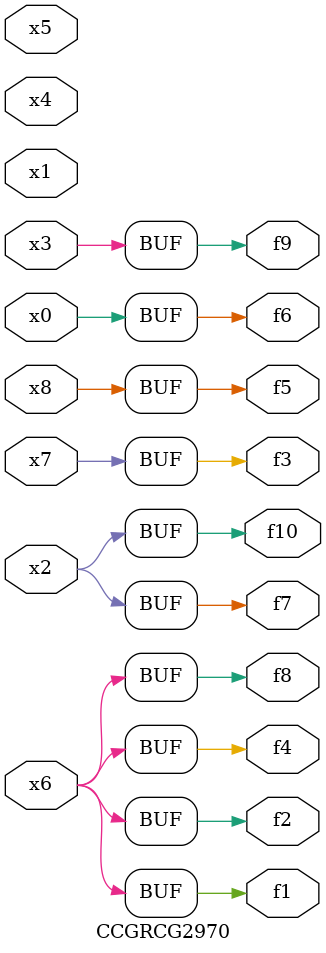
<source format=v>
module CCGRCG2970(
	input x0, x1, x2, x3, x4, x5, x6, x7, x8,
	output f1, f2, f3, f4, f5, f6, f7, f8, f9, f10
);
	assign f1 = x6;
	assign f2 = x6;
	assign f3 = x7;
	assign f4 = x6;
	assign f5 = x8;
	assign f6 = x0;
	assign f7 = x2;
	assign f8 = x6;
	assign f9 = x3;
	assign f10 = x2;
endmodule

</source>
